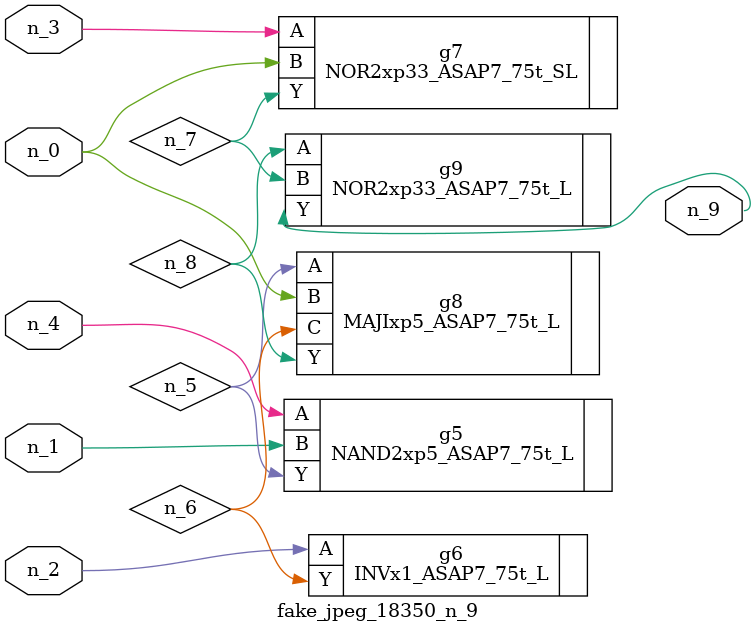
<source format=v>
module fake_jpeg_18350_n_9 (n_3, n_2, n_1, n_0, n_4, n_9);

input n_3;
input n_2;
input n_1;
input n_0;
input n_4;

output n_9;

wire n_8;
wire n_6;
wire n_5;
wire n_7;

NAND2xp5_ASAP7_75t_L g5 ( 
.A(n_4),
.B(n_1),
.Y(n_5)
);

INVx1_ASAP7_75t_L g6 ( 
.A(n_2),
.Y(n_6)
);

NOR2xp33_ASAP7_75t_SL g7 ( 
.A(n_3),
.B(n_0),
.Y(n_7)
);

MAJIxp5_ASAP7_75t_L g8 ( 
.A(n_5),
.B(n_0),
.C(n_6),
.Y(n_8)
);

NOR2xp33_ASAP7_75t_L g9 ( 
.A(n_8),
.B(n_7),
.Y(n_9)
);


endmodule
</source>
